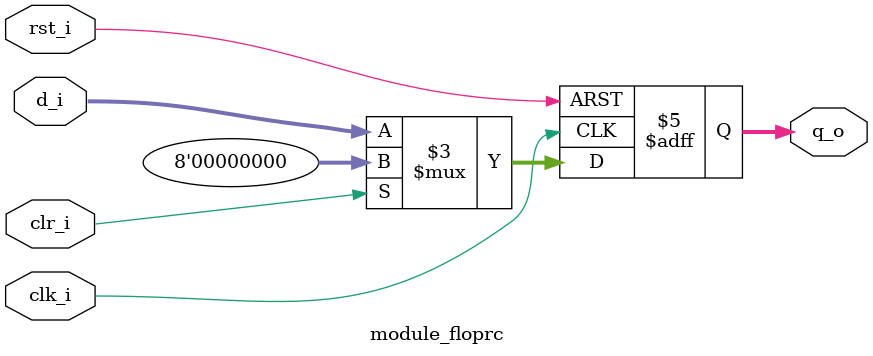
<source format=sv>
module module_floprc #(parameter WIDTH = 8)(
    
    input   logic                       clk_i,
    input   logic                       rst_i,
    input   logic                       clr_i,
    input   logic   [WIDTH - 1: 0]      d_i,
    output  logic   [WIDTH - 1: 0]      q_o
                 
    );
    
    always_ff @(posedge clk_i, posedge rst_i) begin 
        
        if (rst_i)  q_o <= 0;
        else
            if (clr_i)  q_o <= 0;
            else        q_o <= d_i;
        
    end
    
endmodule
</source>
